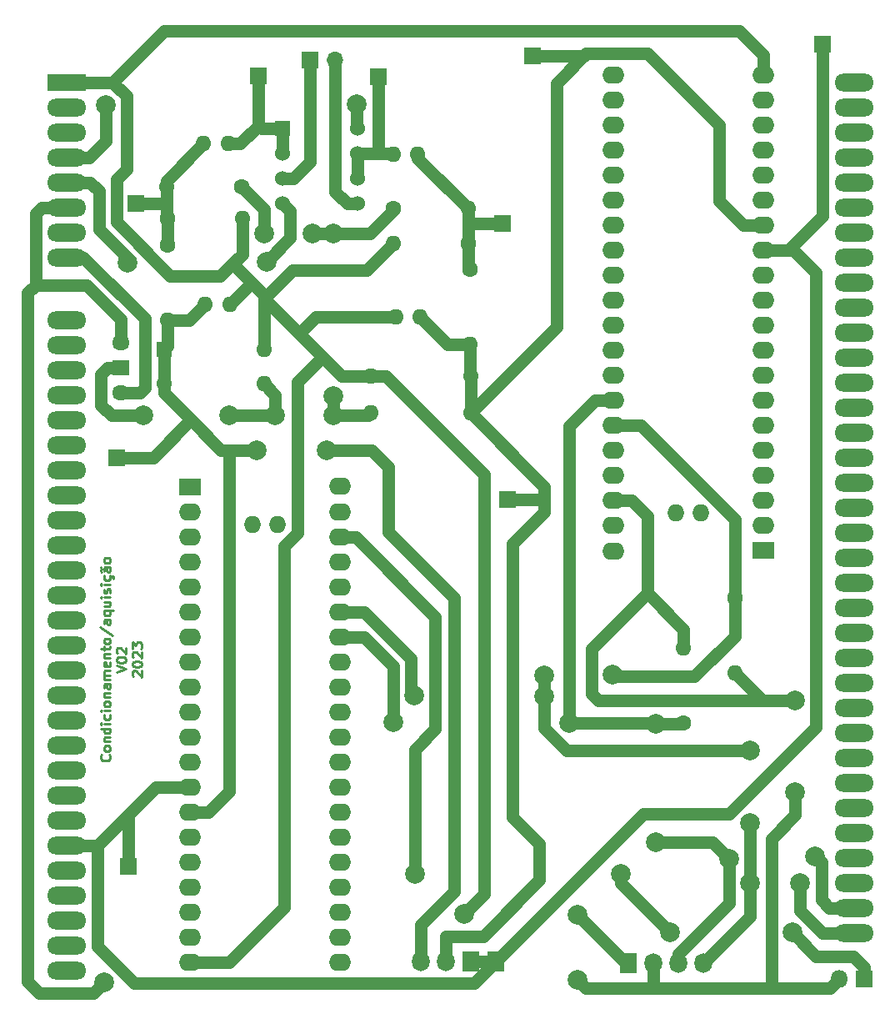
<source format=gbr>
%TF.GenerationSoftware,KiCad,Pcbnew,7.0.5-7.0.5~ubuntu20.04.1*%
%TF.CreationDate,2023-08-07T15:06:30-03:00*%
%TF.ProjectId,condicionamento_BIA_v02,636f6e64-6963-4696-9f6e-616d656e746f,v01*%
%TF.SameCoordinates,Original*%
%TF.FileFunction,Copper,L2,Bot*%
%TF.FilePolarity,Positive*%
%FSLAX46Y46*%
G04 Gerber Fmt 4.6, Leading zero omitted, Abs format (unit mm)*
G04 Created by KiCad (PCBNEW 7.0.5-7.0.5~ubuntu20.04.1) date 2023-08-07 15:06:30*
%MOMM*%
%LPD*%
G01*
G04 APERTURE LIST*
%ADD10C,0.250000*%
%TA.AperFunction,NonConductor*%
%ADD11C,0.250000*%
%TD*%
%TA.AperFunction,ComponentPad*%
%ADD12R,1.800000X2.000000*%
%TD*%
%TA.AperFunction,ComponentPad*%
%ADD13O,1.800000X2.000000*%
%TD*%
%TA.AperFunction,ComponentPad*%
%ADD14R,1.700000X1.700000*%
%TD*%
%TA.AperFunction,ComponentPad*%
%ADD15O,1.600000X1.600000*%
%TD*%
%TA.AperFunction,ComponentPad*%
%ADD16C,1.600000*%
%TD*%
%TA.AperFunction,ComponentPad*%
%ADD17O,4.000000X1.800000*%
%TD*%
%TA.AperFunction,ComponentPad*%
%ADD18R,2.250000X1.727200*%
%TD*%
%TA.AperFunction,ComponentPad*%
%ADD19O,2.250000X1.727200*%
%TD*%
%TA.AperFunction,ComponentPad*%
%ADD20O,1.727200X1.727200*%
%TD*%
%TA.AperFunction,ComponentPad*%
%ADD21R,1.800000X1.800000*%
%TD*%
%TA.AperFunction,ComponentPad*%
%ADD22O,1.800000X1.800000*%
%TD*%
%TA.AperFunction,ComponentPad*%
%ADD23R,1.600000X1.600000*%
%TD*%
%TA.AperFunction,ComponentPad*%
%ADD24O,1.700000X1.700000*%
%TD*%
%TA.AperFunction,ComponentPad*%
%ADD25R,4.000000X1.800000*%
%TD*%
%TA.AperFunction,ComponentPad*%
%ADD26R,1.524000X1.524000*%
%TD*%
%TA.AperFunction,ComponentPad*%
%ADD27C,1.524000*%
%TD*%
%TA.AperFunction,ComponentPad*%
%ADD28O,1.800000X1.500000*%
%TD*%
%TA.AperFunction,ComponentPad*%
%ADD29R,1.800000X1.500000*%
%TD*%
%TA.AperFunction,ViaPad*%
%ADD30C,2.000000*%
%TD*%
%TA.AperFunction,Conductor*%
%ADD31C,1.270000*%
%TD*%
G04 APERTURE END LIST*
D10*
D11*
X111049380Y-125440476D02*
X111097000Y-125488095D01*
X111097000Y-125488095D02*
X111144619Y-125630952D01*
X111144619Y-125630952D02*
X111144619Y-125726190D01*
X111144619Y-125726190D02*
X111097000Y-125869047D01*
X111097000Y-125869047D02*
X111001761Y-125964285D01*
X111001761Y-125964285D02*
X110906523Y-126011904D01*
X110906523Y-126011904D02*
X110716047Y-126059523D01*
X110716047Y-126059523D02*
X110573190Y-126059523D01*
X110573190Y-126059523D02*
X110382714Y-126011904D01*
X110382714Y-126011904D02*
X110287476Y-125964285D01*
X110287476Y-125964285D02*
X110192238Y-125869047D01*
X110192238Y-125869047D02*
X110144619Y-125726190D01*
X110144619Y-125726190D02*
X110144619Y-125630952D01*
X110144619Y-125630952D02*
X110192238Y-125488095D01*
X110192238Y-125488095D02*
X110239857Y-125440476D01*
X111144619Y-124869047D02*
X111097000Y-124964285D01*
X111097000Y-124964285D02*
X111049380Y-125011904D01*
X111049380Y-125011904D02*
X110954142Y-125059523D01*
X110954142Y-125059523D02*
X110668428Y-125059523D01*
X110668428Y-125059523D02*
X110573190Y-125011904D01*
X110573190Y-125011904D02*
X110525571Y-124964285D01*
X110525571Y-124964285D02*
X110477952Y-124869047D01*
X110477952Y-124869047D02*
X110477952Y-124726190D01*
X110477952Y-124726190D02*
X110525571Y-124630952D01*
X110525571Y-124630952D02*
X110573190Y-124583333D01*
X110573190Y-124583333D02*
X110668428Y-124535714D01*
X110668428Y-124535714D02*
X110954142Y-124535714D01*
X110954142Y-124535714D02*
X111049380Y-124583333D01*
X111049380Y-124583333D02*
X111097000Y-124630952D01*
X111097000Y-124630952D02*
X111144619Y-124726190D01*
X111144619Y-124726190D02*
X111144619Y-124869047D01*
X110477952Y-124107142D02*
X111144619Y-124107142D01*
X110573190Y-124107142D02*
X110525571Y-124059523D01*
X110525571Y-124059523D02*
X110477952Y-123964285D01*
X110477952Y-123964285D02*
X110477952Y-123821428D01*
X110477952Y-123821428D02*
X110525571Y-123726190D01*
X110525571Y-123726190D02*
X110620809Y-123678571D01*
X110620809Y-123678571D02*
X111144619Y-123678571D01*
X111144619Y-122773809D02*
X110144619Y-122773809D01*
X111097000Y-122773809D02*
X111144619Y-122869047D01*
X111144619Y-122869047D02*
X111144619Y-123059523D01*
X111144619Y-123059523D02*
X111097000Y-123154761D01*
X111097000Y-123154761D02*
X111049380Y-123202380D01*
X111049380Y-123202380D02*
X110954142Y-123249999D01*
X110954142Y-123249999D02*
X110668428Y-123249999D01*
X110668428Y-123249999D02*
X110573190Y-123202380D01*
X110573190Y-123202380D02*
X110525571Y-123154761D01*
X110525571Y-123154761D02*
X110477952Y-123059523D01*
X110477952Y-123059523D02*
X110477952Y-122869047D01*
X110477952Y-122869047D02*
X110525571Y-122773809D01*
X111144619Y-122297618D02*
X110477952Y-122297618D01*
X110144619Y-122297618D02*
X110192238Y-122345237D01*
X110192238Y-122345237D02*
X110239857Y-122297618D01*
X110239857Y-122297618D02*
X110192238Y-122249999D01*
X110192238Y-122249999D02*
X110144619Y-122297618D01*
X110144619Y-122297618D02*
X110239857Y-122297618D01*
X111097000Y-121392857D02*
X111144619Y-121488095D01*
X111144619Y-121488095D02*
X111144619Y-121678571D01*
X111144619Y-121678571D02*
X111097000Y-121773809D01*
X111097000Y-121773809D02*
X111049380Y-121821428D01*
X111049380Y-121821428D02*
X110954142Y-121869047D01*
X110954142Y-121869047D02*
X110668428Y-121869047D01*
X110668428Y-121869047D02*
X110573190Y-121821428D01*
X110573190Y-121821428D02*
X110525571Y-121773809D01*
X110525571Y-121773809D02*
X110477952Y-121678571D01*
X110477952Y-121678571D02*
X110477952Y-121488095D01*
X110477952Y-121488095D02*
X110525571Y-121392857D01*
X111144619Y-120964285D02*
X110477952Y-120964285D01*
X110144619Y-120964285D02*
X110192238Y-121011904D01*
X110192238Y-121011904D02*
X110239857Y-120964285D01*
X110239857Y-120964285D02*
X110192238Y-120916666D01*
X110192238Y-120916666D02*
X110144619Y-120964285D01*
X110144619Y-120964285D02*
X110239857Y-120964285D01*
X111144619Y-120345238D02*
X111097000Y-120440476D01*
X111097000Y-120440476D02*
X111049380Y-120488095D01*
X111049380Y-120488095D02*
X110954142Y-120535714D01*
X110954142Y-120535714D02*
X110668428Y-120535714D01*
X110668428Y-120535714D02*
X110573190Y-120488095D01*
X110573190Y-120488095D02*
X110525571Y-120440476D01*
X110525571Y-120440476D02*
X110477952Y-120345238D01*
X110477952Y-120345238D02*
X110477952Y-120202381D01*
X110477952Y-120202381D02*
X110525571Y-120107143D01*
X110525571Y-120107143D02*
X110573190Y-120059524D01*
X110573190Y-120059524D02*
X110668428Y-120011905D01*
X110668428Y-120011905D02*
X110954142Y-120011905D01*
X110954142Y-120011905D02*
X111049380Y-120059524D01*
X111049380Y-120059524D02*
X111097000Y-120107143D01*
X111097000Y-120107143D02*
X111144619Y-120202381D01*
X111144619Y-120202381D02*
X111144619Y-120345238D01*
X110477952Y-119583333D02*
X111144619Y-119583333D01*
X110573190Y-119583333D02*
X110525571Y-119535714D01*
X110525571Y-119535714D02*
X110477952Y-119440476D01*
X110477952Y-119440476D02*
X110477952Y-119297619D01*
X110477952Y-119297619D02*
X110525571Y-119202381D01*
X110525571Y-119202381D02*
X110620809Y-119154762D01*
X110620809Y-119154762D02*
X111144619Y-119154762D01*
X111144619Y-118250000D02*
X110620809Y-118250000D01*
X110620809Y-118250000D02*
X110525571Y-118297619D01*
X110525571Y-118297619D02*
X110477952Y-118392857D01*
X110477952Y-118392857D02*
X110477952Y-118583333D01*
X110477952Y-118583333D02*
X110525571Y-118678571D01*
X111097000Y-118250000D02*
X111144619Y-118345238D01*
X111144619Y-118345238D02*
X111144619Y-118583333D01*
X111144619Y-118583333D02*
X111097000Y-118678571D01*
X111097000Y-118678571D02*
X111001761Y-118726190D01*
X111001761Y-118726190D02*
X110906523Y-118726190D01*
X110906523Y-118726190D02*
X110811285Y-118678571D01*
X110811285Y-118678571D02*
X110763666Y-118583333D01*
X110763666Y-118583333D02*
X110763666Y-118345238D01*
X110763666Y-118345238D02*
X110716047Y-118250000D01*
X111144619Y-117773809D02*
X110477952Y-117773809D01*
X110573190Y-117773809D02*
X110525571Y-117726190D01*
X110525571Y-117726190D02*
X110477952Y-117630952D01*
X110477952Y-117630952D02*
X110477952Y-117488095D01*
X110477952Y-117488095D02*
X110525571Y-117392857D01*
X110525571Y-117392857D02*
X110620809Y-117345238D01*
X110620809Y-117345238D02*
X111144619Y-117345238D01*
X110620809Y-117345238D02*
X110525571Y-117297619D01*
X110525571Y-117297619D02*
X110477952Y-117202381D01*
X110477952Y-117202381D02*
X110477952Y-117059524D01*
X110477952Y-117059524D02*
X110525571Y-116964285D01*
X110525571Y-116964285D02*
X110620809Y-116916666D01*
X110620809Y-116916666D02*
X111144619Y-116916666D01*
X111097000Y-116059524D02*
X111144619Y-116154762D01*
X111144619Y-116154762D02*
X111144619Y-116345238D01*
X111144619Y-116345238D02*
X111097000Y-116440476D01*
X111097000Y-116440476D02*
X111001761Y-116488095D01*
X111001761Y-116488095D02*
X110620809Y-116488095D01*
X110620809Y-116488095D02*
X110525571Y-116440476D01*
X110525571Y-116440476D02*
X110477952Y-116345238D01*
X110477952Y-116345238D02*
X110477952Y-116154762D01*
X110477952Y-116154762D02*
X110525571Y-116059524D01*
X110525571Y-116059524D02*
X110620809Y-116011905D01*
X110620809Y-116011905D02*
X110716047Y-116011905D01*
X110716047Y-116011905D02*
X110811285Y-116488095D01*
X110477952Y-115583333D02*
X111144619Y-115583333D01*
X110573190Y-115583333D02*
X110525571Y-115535714D01*
X110525571Y-115535714D02*
X110477952Y-115440476D01*
X110477952Y-115440476D02*
X110477952Y-115297619D01*
X110477952Y-115297619D02*
X110525571Y-115202381D01*
X110525571Y-115202381D02*
X110620809Y-115154762D01*
X110620809Y-115154762D02*
X111144619Y-115154762D01*
X110477952Y-114821428D02*
X110477952Y-114440476D01*
X110144619Y-114678571D02*
X111001761Y-114678571D01*
X111001761Y-114678571D02*
X111097000Y-114630952D01*
X111097000Y-114630952D02*
X111144619Y-114535714D01*
X111144619Y-114535714D02*
X111144619Y-114440476D01*
X111144619Y-113964285D02*
X111097000Y-114059523D01*
X111097000Y-114059523D02*
X111049380Y-114107142D01*
X111049380Y-114107142D02*
X110954142Y-114154761D01*
X110954142Y-114154761D02*
X110668428Y-114154761D01*
X110668428Y-114154761D02*
X110573190Y-114107142D01*
X110573190Y-114107142D02*
X110525571Y-114059523D01*
X110525571Y-114059523D02*
X110477952Y-113964285D01*
X110477952Y-113964285D02*
X110477952Y-113821428D01*
X110477952Y-113821428D02*
X110525571Y-113726190D01*
X110525571Y-113726190D02*
X110573190Y-113678571D01*
X110573190Y-113678571D02*
X110668428Y-113630952D01*
X110668428Y-113630952D02*
X110954142Y-113630952D01*
X110954142Y-113630952D02*
X111049380Y-113678571D01*
X111049380Y-113678571D02*
X111097000Y-113726190D01*
X111097000Y-113726190D02*
X111144619Y-113821428D01*
X111144619Y-113821428D02*
X111144619Y-113964285D01*
X110097000Y-112488095D02*
X111382714Y-113345237D01*
X111144619Y-111726190D02*
X110620809Y-111726190D01*
X110620809Y-111726190D02*
X110525571Y-111773809D01*
X110525571Y-111773809D02*
X110477952Y-111869047D01*
X110477952Y-111869047D02*
X110477952Y-112059523D01*
X110477952Y-112059523D02*
X110525571Y-112154761D01*
X111097000Y-111726190D02*
X111144619Y-111821428D01*
X111144619Y-111821428D02*
X111144619Y-112059523D01*
X111144619Y-112059523D02*
X111097000Y-112154761D01*
X111097000Y-112154761D02*
X111001761Y-112202380D01*
X111001761Y-112202380D02*
X110906523Y-112202380D01*
X110906523Y-112202380D02*
X110811285Y-112154761D01*
X110811285Y-112154761D02*
X110763666Y-112059523D01*
X110763666Y-112059523D02*
X110763666Y-111821428D01*
X110763666Y-111821428D02*
X110716047Y-111726190D01*
X110477952Y-110821428D02*
X111477952Y-110821428D01*
X111097000Y-110821428D02*
X111144619Y-110916666D01*
X111144619Y-110916666D02*
X111144619Y-111107142D01*
X111144619Y-111107142D02*
X111097000Y-111202380D01*
X111097000Y-111202380D02*
X111049380Y-111249999D01*
X111049380Y-111249999D02*
X110954142Y-111297618D01*
X110954142Y-111297618D02*
X110668428Y-111297618D01*
X110668428Y-111297618D02*
X110573190Y-111249999D01*
X110573190Y-111249999D02*
X110525571Y-111202380D01*
X110525571Y-111202380D02*
X110477952Y-111107142D01*
X110477952Y-111107142D02*
X110477952Y-110916666D01*
X110477952Y-110916666D02*
X110525571Y-110821428D01*
X110477952Y-109916666D02*
X111144619Y-109916666D01*
X110477952Y-110345237D02*
X111001761Y-110345237D01*
X111001761Y-110345237D02*
X111097000Y-110297618D01*
X111097000Y-110297618D02*
X111144619Y-110202380D01*
X111144619Y-110202380D02*
X111144619Y-110059523D01*
X111144619Y-110059523D02*
X111097000Y-109964285D01*
X111097000Y-109964285D02*
X111049380Y-109916666D01*
X111144619Y-109440475D02*
X110477952Y-109440475D01*
X110144619Y-109440475D02*
X110192238Y-109488094D01*
X110192238Y-109488094D02*
X110239857Y-109440475D01*
X110239857Y-109440475D02*
X110192238Y-109392856D01*
X110192238Y-109392856D02*
X110144619Y-109440475D01*
X110144619Y-109440475D02*
X110239857Y-109440475D01*
X111097000Y-109011904D02*
X111144619Y-108916666D01*
X111144619Y-108916666D02*
X111144619Y-108726190D01*
X111144619Y-108726190D02*
X111097000Y-108630952D01*
X111097000Y-108630952D02*
X111001761Y-108583333D01*
X111001761Y-108583333D02*
X110954142Y-108583333D01*
X110954142Y-108583333D02*
X110858904Y-108630952D01*
X110858904Y-108630952D02*
X110811285Y-108726190D01*
X110811285Y-108726190D02*
X110811285Y-108869047D01*
X110811285Y-108869047D02*
X110763666Y-108964285D01*
X110763666Y-108964285D02*
X110668428Y-109011904D01*
X110668428Y-109011904D02*
X110620809Y-109011904D01*
X110620809Y-109011904D02*
X110525571Y-108964285D01*
X110525571Y-108964285D02*
X110477952Y-108869047D01*
X110477952Y-108869047D02*
X110477952Y-108726190D01*
X110477952Y-108726190D02*
X110525571Y-108630952D01*
X111144619Y-108154761D02*
X110477952Y-108154761D01*
X110144619Y-108154761D02*
X110192238Y-108202380D01*
X110192238Y-108202380D02*
X110239857Y-108154761D01*
X110239857Y-108154761D02*
X110192238Y-108107142D01*
X110192238Y-108107142D02*
X110144619Y-108154761D01*
X110144619Y-108154761D02*
X110239857Y-108154761D01*
X111097000Y-107250000D02*
X111144619Y-107345238D01*
X111144619Y-107345238D02*
X111144619Y-107535714D01*
X111144619Y-107535714D02*
X111097000Y-107630952D01*
X111097000Y-107630952D02*
X111049380Y-107678571D01*
X111049380Y-107678571D02*
X110954142Y-107726190D01*
X110954142Y-107726190D02*
X110668428Y-107726190D01*
X110668428Y-107726190D02*
X110573190Y-107678571D01*
X110573190Y-107678571D02*
X110525571Y-107630952D01*
X110525571Y-107630952D02*
X110477952Y-107535714D01*
X110477952Y-107535714D02*
X110477952Y-107345238D01*
X110477952Y-107345238D02*
X110525571Y-107250000D01*
X111192238Y-107440476D02*
X111239857Y-107345238D01*
X111239857Y-107345238D02*
X111335095Y-107297619D01*
X111335095Y-107297619D02*
X111430333Y-107345238D01*
X111430333Y-107345238D02*
X111477952Y-107440476D01*
X111477952Y-107440476D02*
X111477952Y-107583333D01*
X111144619Y-106392857D02*
X110620809Y-106392857D01*
X110620809Y-106392857D02*
X110525571Y-106440476D01*
X110525571Y-106440476D02*
X110477952Y-106535714D01*
X110477952Y-106535714D02*
X110477952Y-106726190D01*
X110477952Y-106726190D02*
X110525571Y-106821428D01*
X111097000Y-106392857D02*
X111144619Y-106488095D01*
X111144619Y-106488095D02*
X111144619Y-106726190D01*
X111144619Y-106726190D02*
X111097000Y-106821428D01*
X111097000Y-106821428D02*
X111001761Y-106869047D01*
X111001761Y-106869047D02*
X110906523Y-106869047D01*
X110906523Y-106869047D02*
X110811285Y-106821428D01*
X110811285Y-106821428D02*
X110763666Y-106726190D01*
X110763666Y-106726190D02*
X110763666Y-106488095D01*
X110763666Y-106488095D02*
X110716047Y-106392857D01*
X110239857Y-106869047D02*
X110192238Y-106821428D01*
X110192238Y-106821428D02*
X110144619Y-106726190D01*
X110144619Y-106726190D02*
X110239857Y-106535714D01*
X110239857Y-106535714D02*
X110192238Y-106440476D01*
X110192238Y-106440476D02*
X110144619Y-106392857D01*
X111144619Y-105773809D02*
X111097000Y-105869047D01*
X111097000Y-105869047D02*
X111049380Y-105916666D01*
X111049380Y-105916666D02*
X110954142Y-105964285D01*
X110954142Y-105964285D02*
X110668428Y-105964285D01*
X110668428Y-105964285D02*
X110573190Y-105916666D01*
X110573190Y-105916666D02*
X110525571Y-105869047D01*
X110525571Y-105869047D02*
X110477952Y-105773809D01*
X110477952Y-105773809D02*
X110477952Y-105630952D01*
X110477952Y-105630952D02*
X110525571Y-105535714D01*
X110525571Y-105535714D02*
X110573190Y-105488095D01*
X110573190Y-105488095D02*
X110668428Y-105440476D01*
X110668428Y-105440476D02*
X110954142Y-105440476D01*
X110954142Y-105440476D02*
X111049380Y-105488095D01*
X111049380Y-105488095D02*
X111097000Y-105535714D01*
X111097000Y-105535714D02*
X111144619Y-105630952D01*
X111144619Y-105630952D02*
X111144619Y-105773809D01*
X111754619Y-117035713D02*
X112754619Y-116702380D01*
X112754619Y-116702380D02*
X111754619Y-116369047D01*
X111754619Y-115845237D02*
X111754619Y-115749999D01*
X111754619Y-115749999D02*
X111802238Y-115654761D01*
X111802238Y-115654761D02*
X111849857Y-115607142D01*
X111849857Y-115607142D02*
X111945095Y-115559523D01*
X111945095Y-115559523D02*
X112135571Y-115511904D01*
X112135571Y-115511904D02*
X112373666Y-115511904D01*
X112373666Y-115511904D02*
X112564142Y-115559523D01*
X112564142Y-115559523D02*
X112659380Y-115607142D01*
X112659380Y-115607142D02*
X112707000Y-115654761D01*
X112707000Y-115654761D02*
X112754619Y-115749999D01*
X112754619Y-115749999D02*
X112754619Y-115845237D01*
X112754619Y-115845237D02*
X112707000Y-115940475D01*
X112707000Y-115940475D02*
X112659380Y-115988094D01*
X112659380Y-115988094D02*
X112564142Y-116035713D01*
X112564142Y-116035713D02*
X112373666Y-116083332D01*
X112373666Y-116083332D02*
X112135571Y-116083332D01*
X112135571Y-116083332D02*
X111945095Y-116035713D01*
X111945095Y-116035713D02*
X111849857Y-115988094D01*
X111849857Y-115988094D02*
X111802238Y-115940475D01*
X111802238Y-115940475D02*
X111754619Y-115845237D01*
X111849857Y-115130951D02*
X111802238Y-115083332D01*
X111802238Y-115083332D02*
X111754619Y-114988094D01*
X111754619Y-114988094D02*
X111754619Y-114749999D01*
X111754619Y-114749999D02*
X111802238Y-114654761D01*
X111802238Y-114654761D02*
X111849857Y-114607142D01*
X111849857Y-114607142D02*
X111945095Y-114559523D01*
X111945095Y-114559523D02*
X112040333Y-114559523D01*
X112040333Y-114559523D02*
X112183190Y-114607142D01*
X112183190Y-114607142D02*
X112754619Y-115178570D01*
X112754619Y-115178570D02*
X112754619Y-114559523D01*
X113459857Y-117464285D02*
X113412238Y-117416666D01*
X113412238Y-117416666D02*
X113364619Y-117321428D01*
X113364619Y-117321428D02*
X113364619Y-117083333D01*
X113364619Y-117083333D02*
X113412238Y-116988095D01*
X113412238Y-116988095D02*
X113459857Y-116940476D01*
X113459857Y-116940476D02*
X113555095Y-116892857D01*
X113555095Y-116892857D02*
X113650333Y-116892857D01*
X113650333Y-116892857D02*
X113793190Y-116940476D01*
X113793190Y-116940476D02*
X114364619Y-117511904D01*
X114364619Y-117511904D02*
X114364619Y-116892857D01*
X113364619Y-116273809D02*
X113364619Y-116178571D01*
X113364619Y-116178571D02*
X113412238Y-116083333D01*
X113412238Y-116083333D02*
X113459857Y-116035714D01*
X113459857Y-116035714D02*
X113555095Y-115988095D01*
X113555095Y-115988095D02*
X113745571Y-115940476D01*
X113745571Y-115940476D02*
X113983666Y-115940476D01*
X113983666Y-115940476D02*
X114174142Y-115988095D01*
X114174142Y-115988095D02*
X114269380Y-116035714D01*
X114269380Y-116035714D02*
X114317000Y-116083333D01*
X114317000Y-116083333D02*
X114364619Y-116178571D01*
X114364619Y-116178571D02*
X114364619Y-116273809D01*
X114364619Y-116273809D02*
X114317000Y-116369047D01*
X114317000Y-116369047D02*
X114269380Y-116416666D01*
X114269380Y-116416666D02*
X114174142Y-116464285D01*
X114174142Y-116464285D02*
X113983666Y-116511904D01*
X113983666Y-116511904D02*
X113745571Y-116511904D01*
X113745571Y-116511904D02*
X113555095Y-116464285D01*
X113555095Y-116464285D02*
X113459857Y-116416666D01*
X113459857Y-116416666D02*
X113412238Y-116369047D01*
X113412238Y-116369047D02*
X113364619Y-116273809D01*
X113459857Y-115559523D02*
X113412238Y-115511904D01*
X113412238Y-115511904D02*
X113364619Y-115416666D01*
X113364619Y-115416666D02*
X113364619Y-115178571D01*
X113364619Y-115178571D02*
X113412238Y-115083333D01*
X113412238Y-115083333D02*
X113459857Y-115035714D01*
X113459857Y-115035714D02*
X113555095Y-114988095D01*
X113555095Y-114988095D02*
X113650333Y-114988095D01*
X113650333Y-114988095D02*
X113793190Y-115035714D01*
X113793190Y-115035714D02*
X114364619Y-115607142D01*
X114364619Y-115607142D02*
X114364619Y-114988095D01*
X113364619Y-114654761D02*
X113364619Y-114035714D01*
X113364619Y-114035714D02*
X113745571Y-114369047D01*
X113745571Y-114369047D02*
X113745571Y-114226190D01*
X113745571Y-114226190D02*
X113793190Y-114130952D01*
X113793190Y-114130952D02*
X113840809Y-114083333D01*
X113840809Y-114083333D02*
X113936047Y-114035714D01*
X113936047Y-114035714D02*
X114174142Y-114035714D01*
X114174142Y-114035714D02*
X114269380Y-114083333D01*
X114269380Y-114083333D02*
X114317000Y-114130952D01*
X114317000Y-114130952D02*
X114364619Y-114226190D01*
X114364619Y-114226190D02*
X114364619Y-114511904D01*
X114364619Y-114511904D02*
X114317000Y-114607142D01*
X114317000Y-114607142D02*
X114269380Y-114654761D01*
D12*
%TO.P,Brd1,1,GND*%
%TO.N,Earth*%
X163780000Y-146600000D03*
D13*
%TO.P,Brd1,2,VCC*%
%TO.N,+5V*%
X166320000Y-146600000D03*
%TO.P,Brd1,3,SCL*%
%TO.N,SCL1*%
X168860000Y-146600000D03*
%TO.P,Brd1,4,SDA*%
%TO.N,SDA1*%
X171400000Y-146600000D03*
%TD*%
D12*
%TO.P,J5,1,Pin_1*%
%TO.N,AmpI1*%
X150320000Y-146400000D03*
%TO.P,J5,2,Pin_2*%
X147780000Y-146400000D03*
D13*
%TO.P,J5,3,Pin_3*%
%TO.N,Amp_E2*%
X145240000Y-146400000D03*
%TO.P,J5,4,Pin_4*%
%TO.N,Amp_E1*%
X142700000Y-146400000D03*
%TD*%
D14*
%TO.P,J12,1,Pin_1*%
%TO.N,Amp_E1*%
X111750000Y-95250000D03*
%TD*%
D15*
%TO.P,C1,1*%
%TO.N,n\u00F32*%
X120600000Y-63400000D03*
%TO.P,C1,2*%
%TO.N,n\u00F31*%
X123100000Y-63400000D03*
%TD*%
%TO.P,D3,1,K*%
%TO.N,Vref*%
X137590000Y-90750000D03*
%TO.P,D3,2,A*%
%TO.N,Amp_E2*%
X147750000Y-90750000D03*
%TD*%
D14*
%TO.P,J15,1,Pin_1*%
%TO.N,AmpI1*%
X113000000Y-136750000D03*
%TD*%
%TO.P,J13,1,Pin_1*%
%TO.N,Amp_E2*%
X151500000Y-99500000D03*
%TD*%
D16*
%TO.P,R4,1*%
%TO.N,Vref*%
X139860000Y-70000000D03*
D15*
%TO.P,R4,2*%
%TO.N,n\u00F34*%
X147480000Y-70000000D03*
%TD*%
D17*
%TO.P,J4,1,Pin_1*%
%TO.N,SINC*%
X186690000Y-57150000D03*
%TO.P,J4,2,Pin_2*%
%TO.N,SPI_COPI*%
X186690000Y-59690000D03*
%TO.P,J4,3,Pin_3*%
%TO.N,SPI_CIPO*%
X186690000Y-62230000D03*
%TO.P,J4,4,Pin_4*%
%TO.N,SPI_clk*%
X186690000Y-64770000D03*
%TO.P,J4,5,Pin_5*%
%TO.N,CS (AD9833)*%
X186690000Y-67310000D03*
%TO.P,J4,6,Pin_6*%
%TO.N,CS (X9c10x)*%
X186690000Y-69850000D03*
%TO.P,J4,7,Pin_7*%
%TO.N,unconnected-(J4-Pin_7-Pad7)*%
X186690000Y-72390000D03*
%TO.P,J4,8,Pin_8*%
%TO.N,unconnected-(J4-Pin_8-Pad8)*%
X186690000Y-74930000D03*
%TO.P,J4,9,Pin_9*%
%TO.N,unconnected-(J4-Pin_9-Pad9)*%
X186690000Y-77470000D03*
%TO.P,J4,10,Pin_10*%
%TO.N,unconnected-(J4-Pin_10-Pad10)*%
X186690000Y-80010000D03*
%TO.P,J4,11,Pin_11*%
%TO.N,unconnected-(J4-Pin_11-Pad11)*%
X186690000Y-82550000D03*
%TO.P,J4,12,Pin_12*%
%TO.N,unconnected-(J4-Pin_12-Pad12)*%
X186690000Y-85090000D03*
%TO.P,J4,13,Pin_13*%
%TO.N,unconnected-(J4-Pin_13-Pad13)*%
X186690000Y-87630000D03*
%TO.P,J4,14,Pin_14*%
%TO.N,unconnected-(J4-Pin_14-Pad14)*%
X186690000Y-90170000D03*
%TO.P,J4,15,Pin_15*%
%TO.N,unconnected-(J4-Pin_15-Pad15)*%
X186690000Y-92710000D03*
%TO.P,J4,16,Pin_16*%
%TO.N,unconnected-(J4-Pin_16-Pad16)*%
X186690000Y-95250000D03*
%TO.P,J4,17,Pin_17*%
%TO.N,unconnected-(J4-Pin_17-Pad17)*%
X186690000Y-97790000D03*
%TO.P,J4,18,Pin_18*%
%TO.N,unconnected-(J4-Pin_18-Pad18)*%
X186690000Y-100330000D03*
%TO.P,J4,19,Pin_19*%
%TO.N,unconnected-(J4-Pin_19-Pad19)*%
X186690000Y-102870000D03*
%TO.P,J4,20,Pin_20*%
%TO.N,unconnected-(J4-Pin_20-Pad20)*%
X186690000Y-105410000D03*
%TO.P,J4,21,Pin_21*%
%TO.N,unconnected-(J4-Pin_21-Pad21)*%
X186690000Y-107950000D03*
%TO.P,J4,22,Pin_22*%
%TO.N,unconnected-(J4-Pin_22-Pad22)*%
X186690000Y-110490000D03*
%TO.P,J4,23,Pin_23*%
%TO.N,unconnected-(J4-Pin_23-Pad23)*%
X186690000Y-113030000D03*
%TO.P,J4,24,Pin_24*%
%TO.N,unconnected-(J4-Pin_24-Pad24)*%
X186690000Y-115570000D03*
%TO.P,J4,25,Pin_25*%
%TO.N,unconnected-(J4-Pin_25-Pad25)*%
X186690000Y-118110000D03*
%TO.P,J4,26,Pin_26*%
%TO.N,unconnected-(J4-Pin_26-Pad26)*%
X186690000Y-120650000D03*
%TO.P,J4,27,Pin_27*%
%TO.N,unconnected-(J4-Pin_27-Pad27)*%
X186690000Y-123190000D03*
%TO.P,J4,28,Pin_28*%
%TO.N,unconnected-(J4-Pin_28-Pad28)*%
X186690000Y-125730000D03*
%TO.P,J4,29,Pin_29*%
%TO.N,unconnected-(J4-Pin_29-Pad29)*%
X186690000Y-128270000D03*
%TO.P,J4,30,Pin_30*%
%TO.N,SCL3*%
X186690000Y-130810000D03*
%TO.P,J4,31,Pin_31*%
%TO.N,SDA3*%
X186690000Y-133350000D03*
%TO.P,J4,32,Pin_32*%
%TO.N,SCL2*%
X186690000Y-135890000D03*
%TO.P,J4,33,Pin_33*%
%TO.N,SDA2*%
X186690000Y-138430000D03*
%TO.P,J4,34,Pin_34*%
%TO.N,SCL1*%
X186690000Y-140970000D03*
%TO.P,J4,35,Pin_35*%
%TO.N,SDA1*%
X186690000Y-143510000D03*
%TD*%
D18*
%TO.P,U2,1,VBAT*%
%TO.N,unconnected-(U2-VBAT-Pad1)*%
X177490000Y-104700000D03*
D19*
%TO.P,U2,2,PC13_LED*%
%TO.N,unconnected-(U2-PC13_LED-Pad2)*%
X177490000Y-102160000D03*
%TO.P,U2,3,PC14*%
%TO.N,unconnected-(U2-PC14-Pad3)*%
X177490000Y-99620000D03*
%TO.P,U2,4,PC15*%
%TO.N,unconnected-(U2-PC15-Pad4)*%
X177490000Y-97080000D03*
%TO.P,U2,5,PA0*%
%TO.N,unconnected-(U2-PA0-Pad5)*%
X177490000Y-94540000D03*
%TO.P,U2,6,PA1*%
%TO.N,unconnected-(U2-PA1-Pad6)*%
X177490000Y-92000000D03*
%TO.P,U2,7,PA2_TX2*%
%TO.N,unconnected-(U2-PA2_TX2-Pad7)*%
X177490000Y-89460000D03*
%TO.P,U2,8,PA3_RX2*%
%TO.N,unconnected-(U2-PA3_RX2-Pad8)*%
X177490000Y-86920000D03*
%TO.P,U2,9,PA4*%
%TO.N,unconnected-(U2-PA4-Pad9)*%
X177490000Y-84380000D03*
%TO.P,U2,10,PA5_SCK1*%
%TO.N,unconnected-(U2-PA5_SCK1-Pad10)*%
X177490000Y-81840000D03*
%TO.P,U2,11,PA6_MISO1*%
%TO.N,unconnected-(U2-PA6_MISO1-Pad11)*%
X177490000Y-79300000D03*
%TO.P,U2,12,PA7_MOSI1*%
%TO.N,unconnected-(U2-PA7_MOSI1-Pad12)*%
X177490000Y-76760000D03*
%TO.P,U2,13,PB0*%
%TO.N,AmpI1*%
X177490000Y-74220000D03*
%TO.P,U2,14,PB1*%
%TO.N,Amp_E2*%
X177490000Y-71680000D03*
%TO.P,U2,15,PB10_SCL2*%
%TO.N,unconnected-(U2-PB10_SCL2-Pad15)*%
X177490000Y-69140000D03*
%TO.P,U2,16,PB11_SDA2*%
%TO.N,unconnected-(U2-PB11_SDA2-Pad16)*%
X177490000Y-66600000D03*
%TO.P,U2,17,NRST*%
%TO.N,unconnected-(U2-NRST-Pad17)*%
X177490000Y-64060000D03*
%TO.P,U2,18,VCC3V3*%
%TO.N,unconnected-(U2-VCC3V3-Pad18)*%
X177490000Y-61520000D03*
%TO.P,U2,19,GND*%
%TO.N,unconnected-(U2-GND-Pad19)*%
X177490000Y-58980000D03*
%TO.P,U2,20,GND*%
%TO.N,Earth*%
X177490000Y-56440000D03*
%TO.P,U2,21,PB12*%
%TO.N,unconnected-(U2-PB12-Pad21)*%
X162250000Y-56440000D03*
%TO.P,U2,22,PB13_SCK2*%
%TO.N,unconnected-(U2-PB13_SCK2-Pad22)*%
X162250000Y-58980000D03*
%TO.P,U2,23,PB14_MISO2*%
%TO.N,unconnected-(U2-PB14_MISO2-Pad23)*%
X162250000Y-61520000D03*
%TO.P,U2,24,PB15_MOSI2*%
%TO.N,unconnected-(U2-PB15_MOSI2-Pad24)*%
X162250000Y-64060000D03*
%TO.P,U2,25,PA8*%
%TO.N,unconnected-(U2-PA8-Pad25)*%
X162250000Y-66600000D03*
%TO.P,U2,26,PA9_TX1*%
%TO.N,unconnected-(U2-PA9_TX1-Pad26)*%
X162250000Y-69140000D03*
%TO.P,U2,27,PA10_RX1*%
%TO.N,unconnected-(U2-PA10_RX1-Pad27)*%
X162250000Y-71680000D03*
%TO.P,U2,28,PA11_USB_D-*%
%TO.N,unconnected-(U2-PA11_USB_D--Pad28)*%
X162250000Y-74220000D03*
%TO.P,U2,29,PA12_USBD+*%
%TO.N,unconnected-(U2-PA12_USBD+-Pad29)*%
X162250000Y-76760000D03*
%TO.P,U2,30,PA15*%
%TO.N,unconnected-(U2-PA15-Pad30)*%
X162250000Y-79300000D03*
%TO.P,U2,31,PB3*%
%TO.N,unconnected-(U2-PB3-Pad31)*%
X162250000Y-81840000D03*
%TO.P,U2,32,PB4*%
%TO.N,unconnected-(U2-PB4-Pad32)*%
X162250000Y-84380000D03*
%TO.P,U2,33,PB5*%
%TO.N,unconnected-(U2-PB5-Pad33)*%
X162250000Y-86920000D03*
%TO.P,U2,34,PB6_SCL1*%
%TO.N,SCL1*%
X162250000Y-89460000D03*
%TO.P,U2,35,PB7_SDA1*%
%TO.N,SDA1*%
X162250000Y-92000000D03*
%TO.P,U2,36,PB8*%
%TO.N,unconnected-(U2-PB8-Pad36)*%
X162250000Y-94540000D03*
%TO.P,U2,37,PB9*%
%TO.N,unconnected-(U2-PB9-Pad37)*%
X162250000Y-97080000D03*
%TO.P,U2,38,5V_USB*%
%TO.N,+5V*%
X162250000Y-99620000D03*
%TO.P,U2,39,GND*%
%TO.N,unconnected-(U2-GND-Pad39)*%
X162250000Y-102160000D03*
%TO.P,U2,40,VCC3V3*%
%TO.N,unconnected-(U2-VCC3V3-Pad40)*%
X162250000Y-104750800D03*
D20*
%TO.P,U2,41,PA14_SWCLK*%
%TO.N,unconnected-(U2-PA14_SWCLK-Pad41)*%
X168590000Y-100890000D03*
%TO.P,U2,42,PA13_SWDIO*%
%TO.N,unconnected-(U2-PA13_SWDIO-Pad42)*%
X171130000Y-100890000D03*
%TD*%
D14*
%TO.P,J17,1,Pin_1*%
%TO.N,AmpI1*%
X183500000Y-53250000D03*
%TD*%
%TO.P,J11,1,Pin_1*%
%TO.N,n\u00F34*%
X151000000Y-71500000D03*
%TD*%
D16*
%TO.P,R2,1*%
%TO.N,n\u00F32*%
X116920000Y-71000000D03*
D15*
%TO.P,R2,2*%
%TO.N,Earth*%
X124540000Y-71000000D03*
%TD*%
D14*
%TO.P,J8,1,Pin_1*%
%TO.N,n\u00F32*%
X113750000Y-69500000D03*
%TD*%
D15*
%TO.P,D4,1,K*%
%TO.N,Amp_E2*%
X147750000Y-87000000D03*
%TO.P,D4,2,A*%
%TO.N,Earth*%
X137590000Y-87000000D03*
%TD*%
%TO.P,C4,1*%
%TO.N,Amp_E2*%
X142625112Y-81000000D03*
%TO.P,C4,2*%
%TO.N,Earth*%
X140125112Y-81000000D03*
%TD*%
D21*
%TO.P,J6,1,Pin_1*%
%TO.N,Net-(J6-Pin_1)*%
X187740000Y-148200000D03*
D22*
%TO.P,J6,2,Pin_2*%
%TO.N,+5V*%
X185200000Y-148200000D03*
%TD*%
D23*
%TO.P,D2,1,K*%
%TO.N,Amp_E1*%
X116590000Y-84250000D03*
D15*
%TO.P,D2,2,A*%
%TO.N,Earth*%
X126750000Y-84250000D03*
%TD*%
%TO.P,C3,1*%
%TO.N,n\u00F34*%
X142375113Y-64500000D03*
%TO.P,C3,2*%
%TO.N,n\u00F33*%
X139875113Y-64500000D03*
%TD*%
D14*
%TO.P,J7,1,Pin_1*%
%TO.N,E1*%
X131460000Y-54875000D03*
D24*
%TO.P,J7,2,Pin_2*%
%TO.N,E2*%
X134000000Y-54875000D03*
%TD*%
D25*
%TO.P,J2,1,Pin_1*%
%TO.N,Earth*%
X106680000Y-57150000D03*
D17*
%TO.P,J2,2,Pin_2*%
%TO.N,VCC*%
X106680000Y-59690000D03*
%TO.P,J2,3,Pin_3*%
%TO.N,VEE*%
X106680000Y-62230000D03*
%TO.P,J2,4,Pin_4*%
%TO.N,+9V*%
X106680000Y-64770000D03*
%TO.P,J2,5,Pin_5*%
%TO.N,-9V*%
X106680000Y-67310000D03*
%TO.P,J2,6,Pin_6*%
%TO.N,+5V*%
X106680000Y-69850000D03*
%TO.P,J2,7,Pin_7*%
%TO.N,-5V*%
X106680000Y-72390000D03*
%TO.P,J2,8,Pin_8*%
%TO.N,+3.3V*%
X106680000Y-74930000D03*
%TD*%
%TO.P,J3,1,Pin_1*%
%TO.N,unconnected-(J3-Pin_1-Pad1)*%
X106680000Y-81280000D03*
%TO.P,J3,2,Pin_2*%
%TO.N,unconnected-(J3-Pin_2-Pad2)*%
X106680000Y-83820000D03*
%TO.P,J3,3,Pin_3*%
%TO.N,unconnected-(J3-Pin_3-Pad3)*%
X106680000Y-86360000D03*
%TO.P,J3,4,Pin_4*%
%TO.N,unconnected-(J3-Pin_4-Pad4)*%
X106680000Y-88900000D03*
%TO.P,J3,5,Pin_5*%
%TO.N,unconnected-(J3-Pin_5-Pad5)*%
X106680000Y-91440000D03*
%TO.P,J3,6,Pin_6*%
%TO.N,unconnected-(J3-Pin_6-Pad6)*%
X106680000Y-93980000D03*
%TO.P,J3,7,Pin_7*%
%TO.N,unconnected-(J3-Pin_7-Pad7)*%
X106680000Y-96520000D03*
%TO.P,J3,8,Pin_8*%
%TO.N,unconnected-(J3-Pin_8-Pad8)*%
X106680000Y-99060000D03*
%TO.P,J3,9,Pin_9*%
%TO.N,unconnected-(J3-Pin_9-Pad9)*%
X106680000Y-101600000D03*
%TO.P,J3,10,Pin_10*%
%TO.N,unconnected-(J3-Pin_10-Pad10)*%
X106680000Y-104140000D03*
%TO.P,J3,11,Pin_11*%
%TO.N,unconnected-(J3-Pin_11-Pad11)*%
X106680000Y-106680000D03*
%TO.P,J3,12,Pin_12*%
%TO.N,unconnected-(J3-Pin_12-Pad12)*%
X106680000Y-109220000D03*
%TO.P,J3,13,Pin_13*%
%TO.N,unconnected-(J3-Pin_13-Pad13)*%
X106680000Y-111760000D03*
%TO.P,J3,14,Pin_14*%
%TO.N,unconnected-(J3-Pin_14-Pad14)*%
X106680000Y-114300000D03*
%TO.P,J3,15,Pin_15*%
%TO.N,unconnected-(J3-Pin_15-Pad15)*%
X106680000Y-116840000D03*
%TO.P,J3,16,Pin_16*%
%TO.N,unconnected-(J3-Pin_16-Pad16)*%
X106680000Y-119380000D03*
%TO.P,J3,17,Pin_17*%
%TO.N,unconnected-(J3-Pin_17-Pad17)*%
X106680000Y-121920000D03*
%TO.P,J3,18,Pin_18*%
%TO.N,unconnected-(J3-Pin_18-Pad18)*%
X106680000Y-124460000D03*
%TO.P,J3,19,Pin_19*%
%TO.N,unconnected-(J3-Pin_19-Pad19)*%
X106680000Y-127000000D03*
%TO.P,J3,20,Pin_20*%
%TO.N,I1*%
X106680000Y-129540000D03*
%TO.P,J3,21,Pin_21*%
%TO.N,I2*%
X106680000Y-132080000D03*
%TO.P,J3,22,Pin_22*%
%TO.N,AmpI1*%
X106680000Y-134620000D03*
%TO.P,J3,23,Pin_23*%
%TO.N,AmpI2*%
X106680000Y-137160000D03*
%TO.P,J3,24,Pin_24*%
%TO.N,Sin1*%
X106680000Y-139700000D03*
%TO.P,J3,25,Pin_25*%
%TO.N,Sin2*%
X106680000Y-142240000D03*
%TO.P,J3,26,Pin_26*%
%TO.N,SinA*%
X106680000Y-144780000D03*
%TO.P,J3,27,Pin_27*%
%TO.N,SinB*%
X106680000Y-147320000D03*
%TD*%
D14*
%TO.P,J10,1,Pin_1*%
%TO.N,n\u00F33*%
X138400000Y-56600000D03*
%TD*%
D16*
%TO.P,R3,1*%
%TO.N,n\u00F32*%
X116920000Y-73690000D03*
D15*
%TO.P,R3,2*%
%TO.N,Amp_E1*%
X116920000Y-81310000D03*
%TD*%
D26*
%TO.P,U1,1,OUT1*%
%TO.N,n\u00F31*%
X128670000Y-61880000D03*
D27*
%TO.P,U1,2,-IN1*%
X128670000Y-64420000D03*
%TO.P,U1,3,+IN1*%
%TO.N,E1*%
X128670000Y-66960000D03*
%TO.P,U1,4,V-*%
%TO.N,-9V*%
X128670000Y-69500000D03*
%TO.P,U1,5,+IN2*%
%TO.N,E2*%
X136290000Y-69500000D03*
%TO.P,U1,6,-IN2*%
%TO.N,n\u00F33*%
X136290000Y-66960000D03*
%TO.P,U1,7,OUT2*%
X136290000Y-64420000D03*
%TO.P,U1,8,V+*%
%TO.N,+9V*%
X136290000Y-61880000D03*
%TD*%
D14*
%TO.P,J9,1,Pin_1*%
%TO.N,n\u00F31*%
X126170000Y-56500000D03*
%TD*%
D15*
%TO.P,D1,1,K*%
%TO.N,Vref*%
X126750000Y-87750000D03*
%TO.P,D1,2,A*%
%TO.N,Amp_E1*%
X116590000Y-87750000D03*
%TD*%
D16*
%TO.P,R8,1*%
%TO.N,SCL1*%
X169400000Y-122210000D03*
D15*
%TO.P,R8,2*%
%TO.N,+5V*%
X169400000Y-114590000D03*
%TD*%
D16*
%TO.P,R6,1*%
%TO.N,n\u00F34*%
X147670000Y-76190000D03*
D15*
%TO.P,R6,2*%
%TO.N,Amp_E2*%
X147670000Y-83810000D03*
%TD*%
D28*
%TO.P,J1,1,Pin_1*%
%TO.N,+3.3V*%
X112250000Y-88680000D03*
D29*
%TO.P,J1,2,Pin_2*%
%TO.N,Vref*%
X112250000Y-86140000D03*
D28*
%TO.P,J1,3,Pin_3*%
%TO.N,+5V*%
X112250000Y-83600000D03*
%TD*%
D16*
%TO.P,R1,1*%
%TO.N,Vref*%
X124480000Y-67750000D03*
D15*
%TO.P,R1,2*%
%TO.N,n\u00F32*%
X116860000Y-67750000D03*
%TD*%
D16*
%TO.P,R7,1*%
%TO.N,SDA1*%
X174600000Y-109500000D03*
D15*
%TO.P,R7,2*%
%TO.N,+5V*%
X174600000Y-117120000D03*
%TD*%
D16*
%TO.P,R5,1*%
%TO.N,n\u00F34*%
X147480000Y-73500000D03*
D15*
%TO.P,R5,2*%
%TO.N,Earth*%
X139860000Y-73500000D03*
%TD*%
D14*
%TO.P,J16,1,Pin_1*%
%TO.N,Amp_E2*%
X154000000Y-54500000D03*
%TD*%
D18*
%TO.P,U3,1,VBAT*%
%TO.N,unconnected-(U3-VBAT-Pad1)*%
X119260000Y-98230000D03*
D19*
%TO.P,U3,2,PC13_LED*%
%TO.N,unconnected-(U3-PC13_LED-Pad2)*%
X119260000Y-100770000D03*
%TO.P,U3,3,PC14*%
%TO.N,unconnected-(U3-PC14-Pad3)*%
X119260000Y-103310000D03*
%TO.P,U3,4,PC15*%
%TO.N,unconnected-(U3-PC15-Pad4)*%
X119260000Y-105850000D03*
%TO.P,U3,5,PA0*%
%TO.N,unconnected-(U3-PA0-Pad5)*%
X119260000Y-108390000D03*
%TO.P,U3,6,PA1*%
%TO.N,unconnected-(U3-PA1-Pad6)*%
X119260000Y-110930000D03*
%TO.P,U3,7,PA2_TX2*%
%TO.N,unconnected-(U3-PA2_TX2-Pad7)*%
X119260000Y-113470000D03*
%TO.P,U3,8,PA3_RX2*%
%TO.N,unconnected-(U3-PA3_RX2-Pad8)*%
X119260000Y-116010000D03*
%TO.P,U3,9,PA4*%
%TO.N,unconnected-(U3-PA4-Pad9)*%
X119260000Y-118550000D03*
%TO.P,U3,10,PA5_SCK1*%
%TO.N,unconnected-(U3-PA5_SCK1-Pad10)*%
X119260000Y-121090000D03*
%TO.P,U3,11,PA6_MISO1*%
%TO.N,unconnected-(U3-PA6_MISO1-Pad11)*%
X119260000Y-123630000D03*
%TO.P,U3,12,PA7_MOSI1*%
%TO.N,unconnected-(U3-PA7_MOSI1-Pad12)*%
X119260000Y-126170000D03*
%TO.P,U3,13,PB0*%
%TO.N,AmpI1*%
X119260000Y-128710000D03*
%TO.P,U3,14,PB1*%
%TO.N,Amp_E1*%
X119260000Y-131250000D03*
%TO.P,U3,15,PB10_SCL2*%
%TO.N,unconnected-(U3-PB10_SCL2-Pad15)*%
X119260000Y-133790000D03*
%TO.P,U3,16,PB11_SDA2*%
%TO.N,unconnected-(U3-PB11_SDA2-Pad16)*%
X119260000Y-136330000D03*
%TO.P,U3,17,NRST*%
%TO.N,unconnected-(U3-NRST-Pad17)*%
X119260000Y-138870000D03*
%TO.P,U3,18,VCC3V3*%
%TO.N,unconnected-(U3-VCC3V3-Pad18)*%
X119260000Y-141410000D03*
%TO.P,U3,19,GND*%
%TO.N,unconnected-(U3-GND-Pad19)*%
X119260000Y-143950000D03*
%TO.P,U3,20,GND*%
%TO.N,Earth*%
X119260000Y-146490000D03*
%TO.P,U3,21,PB12*%
%TO.N,unconnected-(U3-PB12-Pad21)*%
X134500000Y-146490000D03*
%TO.P,U3,22,PB13_SCK2*%
%TO.N,unconnected-(U3-PB13_SCK2-Pad22)*%
X134500000Y-143950000D03*
%TO.P,U3,23,PB14_MISO2*%
%TO.N,unconnected-(U3-PB14_MISO2-Pad23)*%
X134500000Y-141410000D03*
%TO.P,U3,24,PB15_MOSI2*%
%TO.N,unconnected-(U3-PB15_MOSI2-Pad24)*%
X134500000Y-138870000D03*
%TO.P,U3,25,PA8*%
%TO.N,unconnected-(U3-PA8-Pad25)*%
X134500000Y-136330000D03*
%TO.P,U3,26,PA9_TX1*%
%TO.N,unconnected-(U3-PA9_TX1-Pad26)*%
X134500000Y-133790000D03*
%TO.P,U3,27,PA10_RX1*%
%TO.N,unconnected-(U3-PA10_RX1-Pad27)*%
X134500000Y-131250000D03*
%TO.P,U3,28,PA11_USB_D-*%
%TO.N,unconnected-(U3-PA11_USB_D--Pad28)*%
X134500000Y-128710000D03*
%TO.P,U3,29,PA12_USBD+*%
%TO.N,unconnected-(U3-PA12_USBD+-Pad29)*%
X134500000Y-126170000D03*
%TO.P,U3,30,PA15*%
%TO.N,unconnected-(U3-PA15-Pad30)*%
X134500000Y-123630000D03*
%TO.P,U3,31,PB3*%
%TO.N,unconnected-(U3-PB3-Pad31)*%
X134500000Y-121090000D03*
%TO.P,U3,32,PB4*%
%TO.N,unconnected-(U3-PB4-Pad32)*%
X134500000Y-118550000D03*
%TO.P,U3,33,PB5*%
%TO.N,unconnected-(U3-PB5-Pad33)*%
X134500000Y-116010000D03*
%TO.P,U3,34,PB6_SCL1*%
%TO.N,SCL1*%
X134500000Y-113470000D03*
%TO.P,U3,35,PB7_SDA1*%
%TO.N,SDA1*%
X134500000Y-110930000D03*
%TO.P,U3,36,PB8*%
%TO.N,unconnected-(U3-PB8-Pad36)*%
X134500000Y-108390000D03*
%TO.P,U3,37,PB9*%
%TO.N,unconnected-(U3-PB9-Pad37)*%
X134500000Y-105850000D03*
%TO.P,U3,38,5V_USB*%
%TO.N,Net-(J6-Pin_1)*%
X134500000Y-103310000D03*
%TO.P,U3,39,GND*%
%TO.N,unconnected-(U3-GND-Pad39)*%
X134500000Y-100770000D03*
%TO.P,U3,40,VCC3V3*%
%TO.N,unconnected-(U3-VCC3V3-Pad40)*%
X134500000Y-98179200D03*
D20*
%TO.P,U3,41,PA14_SWCLK*%
%TO.N,unconnected-(U3-PA14_SWCLK-Pad41)*%
X128160000Y-102040000D03*
%TO.P,U3,42,PA13_SWDIO*%
%TO.N,unconnected-(U3-PA13_SWDIO-Pad42)*%
X125620000Y-102040000D03*
%TD*%
D15*
%TO.P,C2,1*%
%TO.N,Amp_E1*%
X120800000Y-79700000D03*
%TO.P,C2,2*%
%TO.N,Earth*%
X123300000Y-79700000D03*
%TD*%
D30*
%TO.N,+9V*%
X110665500Y-59459320D03*
X136134500Y-59400000D03*
%TO.N,-9V*%
X127000000Y-75400000D03*
X112849101Y-75450899D03*
%TO.N,+5V*%
X110540680Y-148559320D03*
X180700000Y-129200000D03*
X180665500Y-119900000D03*
X158600000Y-148300000D03*
%TO.N,Earth*%
X158600000Y-141700000D03*
X147100000Y-141600000D03*
%TO.N,Amp_E1*%
X133100000Y-94500000D03*
X126000000Y-94500000D03*
%TO.N,SCL1*%
X166600000Y-134300000D03*
X174000000Y-136000000D03*
X157744500Y-122210000D03*
X182750000Y-135750000D03*
X166600000Y-122300000D03*
X139900000Y-122100000D03*
%TO.N,SDA1*%
X155200000Y-117400000D03*
X176100000Y-125000000D03*
X181250000Y-138500000D03*
X176134500Y-138500000D03*
X176100000Y-132365500D03*
X142035000Y-119400000D03*
X162200000Y-117300000D03*
X155200000Y-119500000D03*
%TO.N,Vref*%
X123250000Y-91000000D03*
X133800000Y-91000000D03*
X126800000Y-72500000D03*
X127900000Y-91000000D03*
X114500000Y-91000000D03*
X131700000Y-72500000D03*
X133800000Y-72500000D03*
X133800000Y-89000000D03*
%TO.N,Net-(J6-Pin_1)*%
X168000000Y-143500000D03*
X180434500Y-143500000D03*
X163000000Y-137500000D03*
X142100000Y-137500000D03*
%TD*%
D31*
%TO.N,n\u00F32*%
X116920000Y-71000000D02*
X116920000Y-73690000D01*
X113750000Y-69500000D02*
X116860000Y-69500000D01*
X116860000Y-67750000D02*
X116860000Y-67140000D01*
X116860000Y-67750000D02*
X116860000Y-69500000D01*
X116860000Y-67140000D02*
X120600000Y-63400000D01*
X116860000Y-70940000D02*
X116920000Y-71000000D01*
X116860000Y-69500000D02*
X116860000Y-70940000D01*
%TO.N,n\u00F31*%
X128670000Y-64420000D02*
X128670000Y-61880000D01*
X123100000Y-63400000D02*
X124320000Y-63400000D01*
X128670000Y-61880000D02*
X126500000Y-61880000D01*
X126170000Y-61550000D02*
X126170000Y-56500000D01*
X126500000Y-61880000D02*
X126170000Y-61550000D01*
X124320000Y-63400000D02*
X126170000Y-61550000D01*
%TO.N,+9V*%
X136134500Y-61724500D02*
X136290000Y-61880000D01*
X110665500Y-63084500D02*
X108980000Y-64770000D01*
X108980000Y-64770000D02*
X106680000Y-64770000D01*
X110665500Y-59459320D02*
X110665500Y-63084500D01*
X136134500Y-59400000D02*
X136134500Y-61724500D01*
%TO.N,-9V*%
X109110000Y-67310000D02*
X106680000Y-67310000D01*
X109980000Y-68180000D02*
X109110000Y-67310000D01*
X112849101Y-74935417D02*
X109980000Y-72066316D01*
X129431999Y-70261999D02*
X128670000Y-69500000D01*
X129431999Y-72968001D02*
X129431999Y-70261999D01*
X127000000Y-75400000D02*
X129431999Y-72968001D01*
X109980000Y-72066316D02*
X109980000Y-68180000D01*
X112849101Y-75450899D02*
X112849101Y-74935417D01*
%TO.N,+5V*%
X159470000Y-149170000D02*
X166300000Y-149170000D01*
X103545000Y-70455000D02*
X103545000Y-77750000D01*
X166320000Y-146600000D02*
X166320000Y-149150000D01*
X180665500Y-119900000D02*
X177380000Y-119900000D01*
X165700000Y-109000000D02*
X165700000Y-101197800D01*
X169400000Y-112700000D02*
X169400000Y-114590000D01*
X180700000Y-129200000D02*
X180700000Y-131550000D01*
X178300000Y-133950000D02*
X178300000Y-149170000D01*
X112250000Y-83600000D02*
X112250000Y-81253158D01*
X178300000Y-149170000D02*
X184230000Y-149170000D01*
X166320000Y-149150000D02*
X166300000Y-149170000D01*
X102735000Y-78560000D02*
X103545000Y-77750000D01*
X177380000Y-119900000D02*
X160700000Y-119900000D01*
X108746842Y-77750000D02*
X103545000Y-77750000D01*
X160065000Y-119265000D02*
X160065000Y-114635000D01*
X106680000Y-69850000D02*
X104150000Y-69850000D01*
X103914800Y-149664800D02*
X102735000Y-148485000D01*
X165700000Y-101197800D02*
X164122200Y-99620000D01*
X177380000Y-119900000D02*
X174600000Y-117120000D01*
X165700000Y-109000000D02*
X169400000Y-112700000D01*
X160065000Y-114635000D02*
X165700000Y-109000000D01*
X102735000Y-148485000D02*
X102735000Y-78560000D01*
X160700000Y-119900000D02*
X160065000Y-119265000D01*
X110540680Y-148559320D02*
X109435200Y-149664800D01*
X109435200Y-149664800D02*
X103914800Y-149664800D01*
X164122200Y-99620000D02*
X162250000Y-99620000D01*
X180700000Y-131550000D02*
X178300000Y-133950000D01*
X184230000Y-149170000D02*
X185200000Y-148200000D01*
X166300000Y-149170000D02*
X178300000Y-149170000D01*
X112250000Y-81253158D02*
X108746842Y-77750000D01*
X104150000Y-69850000D02*
X103545000Y-70455000D01*
X158600000Y-148300000D02*
X159470000Y-149170000D01*
%TO.N,+3.3V*%
X114120000Y-88680000D02*
X112250000Y-88680000D01*
X114655000Y-81155000D02*
X114655000Y-88145000D01*
X106680000Y-74930000D02*
X108430000Y-74930000D01*
X114655000Y-88145000D02*
X114120000Y-88680000D01*
X108430000Y-74930000D02*
X114655000Y-81155000D01*
%TO.N,Earth*%
X111400000Y-57150000D02*
X116615000Y-51935000D01*
X130335000Y-82665000D02*
X132710000Y-85040000D01*
X125500000Y-77500000D02*
X126750000Y-78750000D01*
X122315000Y-76815000D02*
X123565000Y-75565000D01*
X106680000Y-57150000D02*
X111400000Y-57150000D01*
X132710000Y-85040000D02*
X130158600Y-87591400D01*
X130335000Y-82665000D02*
X132000000Y-81000000D01*
X123260000Y-146490000D02*
X119260000Y-146490000D01*
X128800000Y-104226448D02*
X128800000Y-140950000D01*
X132000000Y-81000000D02*
X140125112Y-81000000D01*
X163780000Y-146600000D02*
X163500000Y-146600000D01*
X137160000Y-76200000D02*
X139860000Y-73500000D01*
X177500000Y-54400000D02*
X177500000Y-56430000D01*
X128800000Y-140950000D02*
X123260000Y-146490000D01*
X123300000Y-79700000D02*
X125500000Y-77500000D01*
X116615000Y-51935000D02*
X175035000Y-51935000D01*
X177500000Y-56430000D02*
X177490000Y-56440000D01*
X126750000Y-79080000D02*
X129630000Y-76200000D01*
X163500000Y-146600000D02*
X158600000Y-141700000D01*
X130158600Y-102867848D02*
X128800000Y-104226448D01*
X111750000Y-67030000D02*
X111750000Y-71333158D01*
X139145634Y-87000000D02*
X137590000Y-87000000D01*
X126750000Y-78750000D02*
X126750000Y-79080000D01*
X126750000Y-79080000D02*
X126750000Y-84250000D01*
X147100000Y-141600000D02*
X149100000Y-139600000D01*
X111400000Y-57150000D02*
X112800000Y-58550000D01*
X134670000Y-87000000D02*
X137590000Y-87000000D01*
X149100000Y-96954366D02*
X139145634Y-87000000D01*
X111750000Y-71333158D02*
X117231842Y-76815000D01*
X112800000Y-65980000D02*
X111750000Y-67030000D01*
X175035000Y-51935000D02*
X177500000Y-54400000D01*
X130158600Y-87591400D02*
X130158600Y-102867848D01*
X126750000Y-79080000D02*
X130335000Y-82665000D01*
X123565000Y-75565000D02*
X124540000Y-74590000D01*
X123565000Y-75565000D02*
X125500000Y-77500000D01*
X129630000Y-76200000D02*
X137160000Y-76200000D01*
X124540000Y-74590000D02*
X124540000Y-71000000D01*
X132710000Y-85040000D02*
X134670000Y-87000000D01*
X149100000Y-139600000D02*
X149100000Y-96954366D01*
X117231842Y-76815000D02*
X122315000Y-76815000D01*
X112800000Y-58550000D02*
X112800000Y-65980000D01*
%TO.N,Amp_E1*%
X119325000Y-91425000D02*
X116590000Y-88690000D01*
X119190000Y-81310000D02*
X120800000Y-79700000D01*
X116590000Y-88690000D02*
X116590000Y-87750000D01*
X146100000Y-109500000D02*
X139400000Y-102800000D01*
X115500000Y-95250000D02*
X119325000Y-91425000D01*
X123300000Y-94500000D02*
X122400000Y-94500000D01*
X139400000Y-96200000D02*
X137700000Y-94500000D01*
X123250000Y-129132200D02*
X123250000Y-94550000D01*
X116590000Y-84250000D02*
X116590000Y-87750000D01*
X146100000Y-139300000D02*
X146100000Y-109500000D01*
X116920000Y-83920000D02*
X116590000Y-84250000D01*
X139400000Y-102800000D02*
X139400000Y-96200000D01*
X142700000Y-146400000D02*
X142700000Y-142700000D01*
X126000000Y-94500000D02*
X123300000Y-94500000D01*
X122400000Y-94500000D02*
X119325000Y-91425000D01*
X142700000Y-142700000D02*
X146100000Y-139300000D01*
X111750000Y-95250000D02*
X115500000Y-95250000D01*
X119260000Y-131250000D02*
X121132200Y-131250000D01*
X116920000Y-81310000D02*
X116920000Y-83920000D01*
X123250000Y-94550000D02*
X123300000Y-94500000D01*
X121132200Y-131250000D02*
X123250000Y-129132200D01*
X137700000Y-94500000D02*
X133100000Y-94500000D01*
X116920000Y-81310000D02*
X119190000Y-81310000D01*
%TO.N,n\u00F34*%
X142375113Y-64895113D02*
X147480000Y-70000000D01*
X147480000Y-71500000D02*
X147480000Y-73500000D01*
X147480000Y-76000000D02*
X147670000Y-76190000D01*
X151000000Y-71500000D02*
X147480000Y-71500000D01*
X147480000Y-73500000D02*
X147480000Y-76000000D01*
X142375113Y-64500000D02*
X142375113Y-64895113D01*
X147480000Y-70000000D02*
X147480000Y-71500000D01*
%TO.N,n\u00F33*%
X138400000Y-64420000D02*
X139795113Y-64420000D01*
X139795113Y-64420000D02*
X139875113Y-64500000D01*
X136290000Y-66960000D02*
X136290000Y-64420000D01*
X136290000Y-64420000D02*
X138400000Y-64420000D01*
X138400000Y-57000000D02*
X138400000Y-64420000D01*
%TO.N,Amp_E2*%
X159250000Y-54500000D02*
X159490000Y-54260000D01*
X156500000Y-82000000D02*
X156500000Y-57250000D01*
X147750000Y-87000000D02*
X147750000Y-90750000D01*
X152000000Y-131750000D02*
X152000000Y-104000000D01*
X175430000Y-71680000D02*
X173000000Y-69250000D01*
X173000000Y-61500000D02*
X173000000Y-69250000D01*
X155250000Y-100750000D02*
X155250000Y-99500000D01*
X155250000Y-98250000D02*
X147750000Y-90750000D01*
X154000000Y-54500000D02*
X159250000Y-54500000D01*
X147670000Y-83810000D02*
X145435112Y-83810000D01*
X159490000Y-54260000D02*
X165760000Y-54260000D01*
X147670000Y-86920000D02*
X147750000Y-87000000D01*
X154750000Y-134500000D02*
X152000000Y-131750000D01*
X145240000Y-143860000D02*
X149040000Y-143860000D01*
X147670000Y-83810000D02*
X147670000Y-86920000D01*
X165760000Y-54260000D02*
X173000000Y-61500000D01*
X177490000Y-71680000D02*
X175430000Y-71680000D01*
X147750000Y-90750000D02*
X156500000Y-82000000D01*
X151500000Y-99500000D02*
X155250000Y-99500000D01*
X154750000Y-138150000D02*
X154750000Y-134500000D01*
X145435112Y-83810000D02*
X142625112Y-81000000D01*
X145240000Y-146400000D02*
X145240000Y-143860000D01*
X156500000Y-57250000D02*
X159490000Y-54260000D01*
X149040000Y-143860000D02*
X154750000Y-138150000D01*
X152000000Y-104000000D02*
X155250000Y-100750000D01*
X155250000Y-99500000D02*
X155250000Y-98250000D01*
%TO.N,SCL1*%
X184220000Y-140970000D02*
X183385000Y-140135000D01*
X174000000Y-136000000D02*
X172300000Y-134300000D01*
X174000000Y-136000000D02*
X174000000Y-140500000D01*
X170135000Y-144365000D02*
X170135000Y-144384346D01*
X186690000Y-140970000D02*
X184220000Y-140970000D01*
X136895000Y-113470000D02*
X134500000Y-113470000D01*
X168860000Y-145659346D02*
X168860000Y-146600000D01*
X166510000Y-122210000D02*
X166600000Y-122300000D01*
X139900000Y-122100000D02*
X139900000Y-116475000D01*
X157744500Y-122210000D02*
X157744500Y-92093300D01*
X183385000Y-136385000D02*
X182750000Y-135750000D01*
X170135000Y-144384346D02*
X168860000Y-145659346D01*
X174000000Y-140500000D02*
X170135000Y-144365000D01*
X172300000Y-134300000D02*
X166600000Y-134300000D01*
X157744500Y-92093300D02*
X160377800Y-89460000D01*
X160377800Y-89460000D02*
X162250000Y-89460000D01*
X157744500Y-122210000D02*
X166510000Y-122210000D01*
X183385000Y-140135000D02*
X183385000Y-136385000D01*
X166600000Y-122300000D02*
X169310000Y-122300000D01*
X169310000Y-122300000D02*
X169400000Y-122210000D01*
X139900000Y-116475000D02*
X136895000Y-113470000D01*
%TO.N,SDA1*%
X155200000Y-119600000D02*
X155200000Y-119500000D01*
X155200000Y-122684846D02*
X155200000Y-119600000D01*
X157515154Y-125000000D02*
X155200000Y-122684846D01*
X186690000Y-143510000D02*
X183463846Y-143510000D01*
X176134500Y-141865500D02*
X171400000Y-146600000D01*
X136930000Y-110930000D02*
X134500000Y-110930000D01*
X174600000Y-101533552D02*
X165066448Y-92000000D01*
X174600000Y-113400000D02*
X174600000Y-109500000D01*
X176134500Y-138500000D02*
X176134500Y-141865500D01*
X162200000Y-117300000D02*
X162400000Y-117500000D01*
X176134500Y-138500000D02*
X176134500Y-132434500D01*
X141700000Y-115700000D02*
X136930000Y-110930000D01*
X141700000Y-119065000D02*
X141700000Y-115700000D01*
X181250000Y-141296154D02*
X181250000Y-138500000D01*
X176100000Y-132400000D02*
X176100000Y-132365500D01*
X183463846Y-143510000D02*
X181250000Y-141296154D01*
X162400000Y-117500000D02*
X170500000Y-117500000D01*
X170500000Y-117500000D02*
X174600000Y-113400000D01*
X176100000Y-125000000D02*
X157515154Y-125000000D01*
X174600000Y-109500000D02*
X174600000Y-101533552D01*
X155200000Y-119500000D02*
X155200000Y-117400000D01*
X176134500Y-132434500D02*
X176100000Y-132400000D01*
X165066448Y-92000000D02*
X162250000Y-92000000D01*
X142035000Y-119400000D02*
X141700000Y-119065000D01*
%TO.N,Vref*%
X139860000Y-70140000D02*
X139860000Y-70000000D01*
X133800000Y-91000000D02*
X133800000Y-89000000D01*
X112250000Y-86140000D02*
X110860000Y-86140000D01*
X126800000Y-72500000D02*
X126800000Y-70070000D01*
X127900000Y-91000000D02*
X127900000Y-88900000D01*
X123250000Y-91000000D02*
X127900000Y-91000000D01*
X110860000Y-86140000D02*
X110215000Y-86785000D01*
X137500000Y-72500000D02*
X139860000Y-70140000D01*
X110215000Y-86785000D02*
X110215000Y-89965000D01*
X133800000Y-91000000D02*
X137340000Y-91000000D01*
X126800000Y-70070000D02*
X124480000Y-67750000D01*
X137340000Y-91000000D02*
X137590000Y-90750000D01*
X110215000Y-89965000D02*
X111250000Y-91000000D01*
X133800000Y-72500000D02*
X131700000Y-72500000D01*
X127900000Y-88900000D02*
X126750000Y-87750000D01*
X133800000Y-72500000D02*
X137500000Y-72500000D01*
X111250000Y-91000000D02*
X114500000Y-91000000D01*
%TO.N,AmpI1*%
X150320000Y-146400000D02*
X148120000Y-148600000D01*
X183500000Y-70720000D02*
X180000000Y-74220000D01*
X183500000Y-53250000D02*
X183500000Y-70720000D01*
X113000000Y-136750000D02*
X113000000Y-131500000D01*
X174000000Y-131400000D02*
X182800000Y-122600000D01*
X109880000Y-144880000D02*
X109880000Y-134620000D01*
X182800000Y-76500000D02*
X180520000Y-74220000D01*
X115790000Y-128710000D02*
X119260000Y-128710000D01*
X165320000Y-131400000D02*
X174000000Y-131400000D01*
X182800000Y-122600000D02*
X182800000Y-76500000D01*
X113600000Y-148600000D02*
X109880000Y-144880000D01*
X106680000Y-134620000D02*
X109880000Y-134620000D01*
X148120000Y-148600000D02*
X113600000Y-148600000D01*
X147780000Y-146400000D02*
X150320000Y-146400000D01*
X109880000Y-134620000D02*
X113000000Y-131500000D01*
X180520000Y-74220000D02*
X180000000Y-74220000D01*
X150320000Y-146400000D02*
X165320000Y-131400000D01*
X113000000Y-131500000D02*
X115790000Y-128710000D01*
X180000000Y-74220000D02*
X177490000Y-74220000D01*
%TO.N,Net-(J6-Pin_1)*%
X144169500Y-111419500D02*
X136060000Y-103310000D01*
X142100000Y-137500000D02*
X142100000Y-124900000D01*
X136060000Y-103310000D02*
X134500000Y-103310000D01*
X142100000Y-124900000D02*
X144169500Y-122830500D01*
X186650000Y-145900000D02*
X182834500Y-145900000D01*
X144169500Y-122830500D02*
X144169500Y-111419500D01*
X163000000Y-138500000D02*
X163000000Y-137500000D01*
X168000000Y-143500000D02*
X163000000Y-138500000D01*
X182834500Y-145900000D02*
X180434500Y-143500000D01*
X187740000Y-148200000D02*
X187740000Y-146990000D01*
X187740000Y-146990000D02*
X186650000Y-145900000D01*
%TO.N,E1*%
X129747630Y-66960000D02*
X128670000Y-66960000D01*
X131460000Y-54875000D02*
X131460000Y-65247630D01*
X131460000Y-65247630D02*
X129747630Y-66960000D01*
%TO.N,E2*%
X134000000Y-68287630D02*
X135212370Y-69500000D01*
X135212370Y-69500000D02*
X136290000Y-69500000D01*
X134000000Y-54875000D02*
X134000000Y-68287630D01*
%TD*%
M02*

</source>
